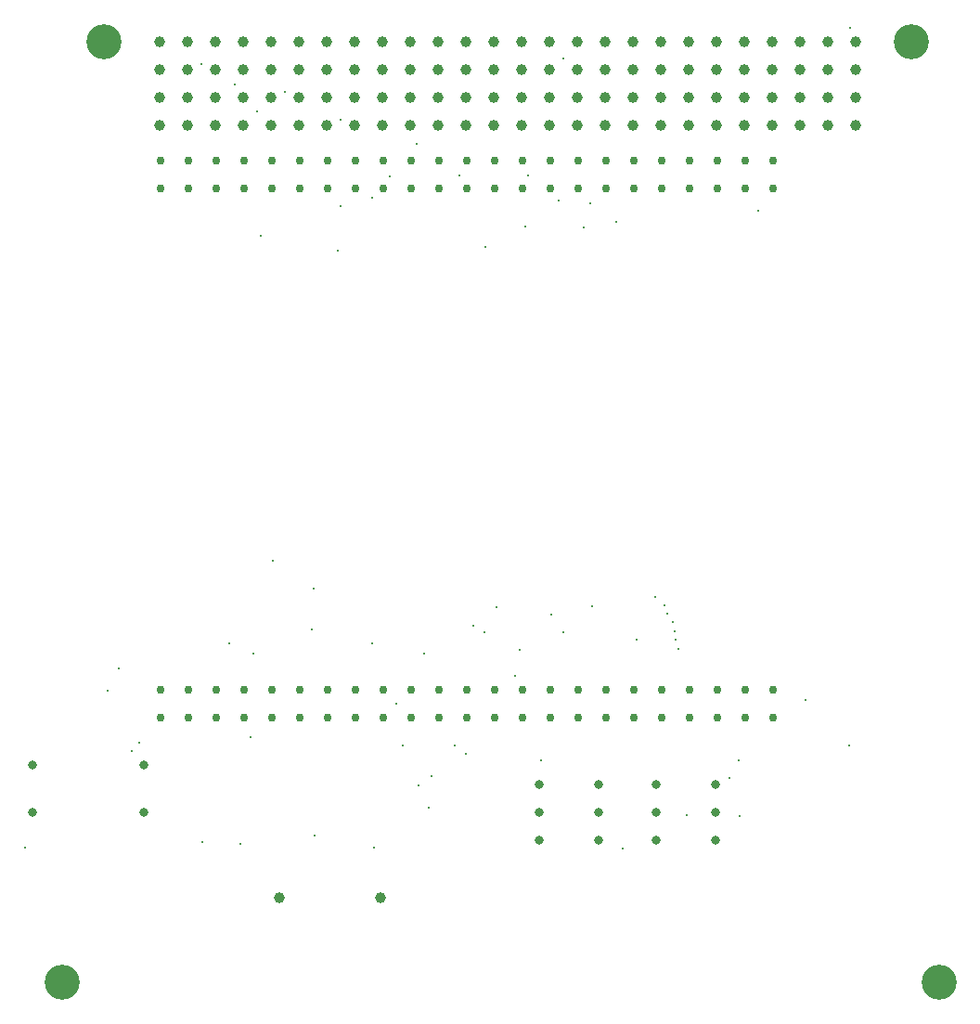
<source format=gbr>
%TF.GenerationSoftware,KiCad,Pcbnew,8.0.2-1*%
%TF.CreationDate,2024-09-16T16:57:12-05:00*%
%TF.ProjectId,BeagleBonePC104,42656167-6c65-4426-9f6e-655043313034,rev?*%
%TF.SameCoordinates,Original*%
%TF.FileFunction,Plated,1,4,PTH,Drill*%
%TF.FilePolarity,Positive*%
%FSLAX46Y46*%
G04 Gerber Fmt 4.6, Leading zero omitted, Abs format (unit mm)*
G04 Created by KiCad (PCBNEW 8.0.2-1) date 2024-09-16 16:57:12*
%MOMM*%
%LPD*%
G01*
G04 APERTURE LIST*
%TA.AperFunction,ViaDrill*%
%ADD10C,0.300000*%
%TD*%
%TA.AperFunction,ComponentDrill*%
%ADD11C,0.762000*%
%TD*%
%TA.AperFunction,ComponentDrill*%
%ADD12C,0.800000*%
%TD*%
%TA.AperFunction,ComponentDrill*%
%ADD13C,1.000000*%
%TD*%
%TA.AperFunction,ComponentDrill*%
%ADD14C,3.200000*%
%TD*%
G04 APERTURE END LIST*
D10*
X81700000Y-152600000D03*
X89210000Y-138310000D03*
X90300000Y-136300000D03*
X91430000Y-143800000D03*
X92100000Y-143100000D03*
X97800000Y-81200000D03*
X97850000Y-152100000D03*
X100300000Y-134000000D03*
X100800000Y-83000000D03*
X101330000Y-152300000D03*
X102300000Y-142600000D03*
X102500000Y-134900000D03*
X102900000Y-85500000D03*
X103200000Y-96800000D03*
X104300000Y-126500000D03*
X105400000Y-83700000D03*
X107900000Y-132700000D03*
X108000000Y-129000000D03*
X108100000Y-151500000D03*
X110200000Y-98200000D03*
X110500000Y-94100000D03*
X110509268Y-86281891D03*
X113400000Y-93400000D03*
X113400000Y-134000000D03*
X113500000Y-152600000D03*
X114990000Y-91414058D03*
X115600000Y-139500000D03*
X116200000Y-143300000D03*
X117422000Y-88500000D03*
X117600000Y-147000000D03*
X118100000Y-134900000D03*
X118500000Y-149000000D03*
X118800000Y-146100000D03*
X120900000Y-143300000D03*
X121300000Y-91300000D03*
X121900000Y-144100000D03*
X122600000Y-132400000D03*
X123600000Y-133000000D03*
X123700000Y-97900000D03*
X124700000Y-130700000D03*
X126390380Y-136950000D03*
X126800000Y-134600000D03*
X127300000Y-96000000D03*
X127600000Y-91300000D03*
X128800000Y-144700000D03*
X129700000Y-131400000D03*
X130400000Y-93600000D03*
X130800000Y-80700000D03*
X130800000Y-133000000D03*
X132700000Y-96100000D03*
X133300000Y-93900000D03*
X133400000Y-130600000D03*
X135600000Y-95600000D03*
X136236116Y-152736116D03*
X137500000Y-133700000D03*
X139200000Y-129800000D03*
X140000000Y-130500000D03*
X140300000Y-131300000D03*
X140800000Y-132100000D03*
X140935487Y-132917096D03*
X141100000Y-133700000D03*
X141300000Y-134500000D03*
X142100000Y-149700000D03*
X145990380Y-146309620D03*
X146800000Y-144700000D03*
X146900000Y-149800000D03*
X148623366Y-94550000D03*
X152900000Y-139200000D03*
X156900000Y-143300000D03*
X157000000Y-77870000D03*
D11*
%TO.C,U1*%
X94100000Y-90000000D03*
X94100000Y-92540000D03*
X94100000Y-138260000D03*
X94100000Y-140800000D03*
X96640000Y-90000000D03*
X96640000Y-92540000D03*
X96640000Y-138260000D03*
X96640000Y-140800000D03*
X99180000Y-90000000D03*
X99180000Y-92540000D03*
X99180000Y-138260000D03*
X99180000Y-140800000D03*
X101720000Y-90000000D03*
X101720000Y-92540000D03*
X101720000Y-138260000D03*
X101720000Y-140800000D03*
X104260000Y-90000000D03*
X104260000Y-92540000D03*
X104260000Y-138260000D03*
X104260000Y-140800000D03*
X106800000Y-90000000D03*
X106800000Y-92540000D03*
X106800000Y-138260000D03*
X106800000Y-140800000D03*
X109340000Y-90000000D03*
X109340000Y-92540000D03*
X109340000Y-138260000D03*
X109340000Y-140800000D03*
X111880000Y-90000000D03*
X111880000Y-92540000D03*
X111880000Y-138260000D03*
X111880000Y-140800000D03*
X114420000Y-90000000D03*
X114420000Y-92540000D03*
X114420000Y-138260000D03*
X114420000Y-140800000D03*
X116960000Y-90000000D03*
X116960000Y-92540000D03*
X116960000Y-138260000D03*
X116960000Y-140800000D03*
X119500000Y-90000000D03*
X119500000Y-92540000D03*
X119500000Y-138260000D03*
X119500000Y-140800000D03*
X122040000Y-90000000D03*
X122040000Y-92540000D03*
X122040000Y-138260000D03*
X122040000Y-140800000D03*
X124580000Y-90000000D03*
X124580000Y-92540000D03*
X124580000Y-138260000D03*
X124580000Y-140800000D03*
X127120000Y-90000000D03*
X127120000Y-92540000D03*
X127120000Y-138260000D03*
X127120000Y-140800000D03*
X129660000Y-90000000D03*
X129660000Y-92540000D03*
X129660000Y-138260000D03*
X129660000Y-140800000D03*
X132200000Y-90000000D03*
X132200000Y-92540000D03*
X132200000Y-138260000D03*
X132200000Y-140800000D03*
X134740000Y-90000000D03*
X134740000Y-92540000D03*
X134740000Y-138260000D03*
X134740000Y-140800000D03*
X137280000Y-90000000D03*
X137280000Y-92540000D03*
X137280000Y-138260000D03*
X137280000Y-140800000D03*
X139820000Y-90000000D03*
X139820000Y-92540000D03*
X139820000Y-138260000D03*
X139820000Y-140800000D03*
X142360000Y-90000000D03*
X142360000Y-92540000D03*
X142360000Y-138260000D03*
X142360000Y-140800000D03*
X144900000Y-90000000D03*
X144900000Y-92540000D03*
X144900000Y-138260000D03*
X144900000Y-140800000D03*
X147440000Y-90000000D03*
X147440000Y-92540000D03*
X147440000Y-138260000D03*
X147440000Y-140800000D03*
X149980000Y-90000000D03*
X149980000Y-92540000D03*
X149980000Y-138260000D03*
X149980000Y-140800000D03*
D12*
%TO.C,R1*%
X82420000Y-145100000D03*
%TO.C,R2*%
X82420000Y-149400000D03*
%TO.C,R1*%
X92580000Y-145100000D03*
%TO.C,R2*%
X92580000Y-149400000D03*
%TO.C,U7*%
X128600000Y-146865000D03*
X128600000Y-149405000D03*
X128600000Y-151945000D03*
%TO.C,U8*%
X134000000Y-146860000D03*
X134000000Y-149400000D03*
X134000000Y-151940000D03*
%TO.C,U9*%
X139300000Y-146860000D03*
X139300000Y-149400000D03*
X139300000Y-151940000D03*
%TO.C,U6*%
X144680000Y-146860000D03*
X144680000Y-149400000D03*
X144680000Y-151940000D03*
D13*
%TO.C,U2*%
X93980000Y-79170000D03*
X93980000Y-81710000D03*
X93980000Y-84250000D03*
X93980000Y-86790000D03*
X96520000Y-79170000D03*
X96520000Y-81710000D03*
X96520000Y-84250000D03*
X96520000Y-86790000D03*
X99060000Y-79170000D03*
X99060000Y-81710000D03*
X99060000Y-84250000D03*
X99060000Y-86790000D03*
X101600000Y-79170000D03*
X101600000Y-81710000D03*
X101600000Y-84250000D03*
X101600000Y-86790000D03*
X104140000Y-79170000D03*
X104140000Y-81710000D03*
X104140000Y-84250000D03*
X104140000Y-86790000D03*
%TO.C,GND*%
X104900000Y-157200000D03*
%TO.C,U2*%
X106680000Y-79170000D03*
X106680000Y-81710000D03*
X106680000Y-84250000D03*
X106680000Y-86790000D03*
X109220000Y-79170000D03*
X109220000Y-81710000D03*
X109220000Y-84250000D03*
X109220000Y-86790000D03*
X111760000Y-79170000D03*
X111760000Y-81710000D03*
X111760000Y-84250000D03*
X111760000Y-86790000D03*
%TO.C,TP1*%
X114100000Y-157200000D03*
%TO.C,U2*%
X114300000Y-79170000D03*
X114300000Y-81710000D03*
X114300000Y-84250000D03*
X114300000Y-86790000D03*
X116840000Y-79170000D03*
X116840000Y-81710000D03*
X116840000Y-84250000D03*
X116840000Y-86790000D03*
X119380000Y-79170000D03*
X119380000Y-81710000D03*
X119380000Y-84250000D03*
X119380000Y-86790000D03*
X121920000Y-79170000D03*
X121920000Y-81710000D03*
X121920000Y-84250000D03*
X121920000Y-86790000D03*
X124460000Y-79170000D03*
X124460000Y-81710000D03*
X124460000Y-84250000D03*
X124460000Y-86790000D03*
X127000000Y-79170000D03*
X127000000Y-81710000D03*
X127000000Y-84250000D03*
X127000000Y-86790000D03*
X129540000Y-79170000D03*
X129540000Y-81710000D03*
X129540000Y-84250000D03*
X129540000Y-86790000D03*
X132080000Y-79170000D03*
X132080000Y-81710000D03*
X132080000Y-84250000D03*
X132080000Y-86790000D03*
X134620000Y-79170000D03*
X134620000Y-81710000D03*
X134620000Y-84250000D03*
X134620000Y-86790000D03*
X137160000Y-79170000D03*
X137160000Y-81710000D03*
X137160000Y-84250000D03*
X137160000Y-86790000D03*
X139700000Y-79170000D03*
X139700000Y-81710000D03*
X139700000Y-84250000D03*
X139700000Y-86790000D03*
X142240000Y-79170000D03*
X142240000Y-81710000D03*
X142240000Y-84250000D03*
X142240000Y-86790000D03*
X144780000Y-79170000D03*
X144780000Y-81710000D03*
X144780000Y-84250000D03*
X144780000Y-86790000D03*
X147320000Y-79170000D03*
X147320000Y-81710000D03*
X147320000Y-84250000D03*
X147320000Y-86790000D03*
X149860000Y-79170000D03*
X149860000Y-81710000D03*
X149860000Y-84250000D03*
X149860000Y-86790000D03*
X152400000Y-79170000D03*
X152400000Y-81710000D03*
X152400000Y-84250000D03*
X152400000Y-86790000D03*
X154940000Y-79170000D03*
X154940000Y-81710000D03*
X154940000Y-84250000D03*
X154940000Y-86790000D03*
X157480000Y-79170000D03*
X157480000Y-81710000D03*
X157480000Y-84250000D03*
X157480000Y-86790000D03*
D14*
X85090000Y-164900000D03*
X88900000Y-79170000D03*
X162560000Y-79170000D03*
X165100000Y-164900000D03*
M02*

</source>
